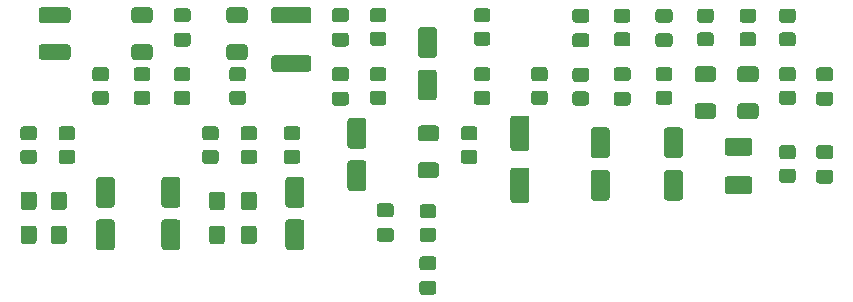
<source format=gbr>
G04 #@! TF.GenerationSoftware,KiCad,Pcbnew,5.1.9-73d0e3b20d~88~ubuntu18.04.1*
G04 #@! TF.CreationDate,2021-01-10T19:17:03-05:00*
G04 #@! TF.ProjectId,DolbyS_NR_HIC,446f6c62-7953-45f4-9e52-5f4849432e6b,2020-11-03*
G04 #@! TF.SameCoordinates,Original*
G04 #@! TF.FileFunction,Paste,Bot*
G04 #@! TF.FilePolarity,Positive*
%FSLAX46Y46*%
G04 Gerber Fmt 4.6, Leading zero omitted, Abs format (unit mm)*
G04 Created by KiCad (PCBNEW 5.1.9-73d0e3b20d~88~ubuntu18.04.1) date 2021-01-10 19:17:03*
%MOMM*%
%LPD*%
G01*
G04 APERTURE LIST*
G04 APERTURE END LIST*
G36*
G01*
X137524999Y-117812500D02*
X138375001Y-117812500D01*
G75*
G02*
X138625000Y-118062499I0J-249999D01*
G01*
X138625000Y-119137501D01*
G75*
G02*
X138375001Y-119387500I-249999J0D01*
G01*
X137524999Y-119387500D01*
G75*
G02*
X137275000Y-119137501I0J249999D01*
G01*
X137275000Y-118062499D01*
G75*
G02*
X137524999Y-117812500I249999J0D01*
G01*
G37*
G36*
G01*
X137524999Y-114937500D02*
X138375001Y-114937500D01*
G75*
G02*
X138625000Y-115187499I0J-249999D01*
G01*
X138625000Y-116262501D01*
G75*
G02*
X138375001Y-116512500I-249999J0D01*
G01*
X137524999Y-116512500D01*
G75*
G02*
X137275000Y-116262501I0J249999D01*
G01*
X137275000Y-115187499D01*
G75*
G02*
X137524999Y-114937500I249999J0D01*
G01*
G37*
G36*
G01*
X152399998Y-102462500D02*
X153700002Y-102462500D01*
G75*
G02*
X153950000Y-102712498I0J-249998D01*
G01*
X153950000Y-103537502D01*
G75*
G02*
X153700002Y-103787500I-249998J0D01*
G01*
X152399998Y-103787500D01*
G75*
G02*
X152150000Y-103537502I0J249998D01*
G01*
X152150000Y-102712498D01*
G75*
G02*
X152399998Y-102462500I249998J0D01*
G01*
G37*
G36*
G01*
X152399998Y-99337500D02*
X153700002Y-99337500D01*
G75*
G02*
X153950000Y-99587498I0J-249998D01*
G01*
X153950000Y-100412502D01*
G75*
G02*
X153700002Y-100662500I-249998J0D01*
G01*
X152399998Y-100662500D01*
G75*
G02*
X152150000Y-100412502I0J249998D01*
G01*
X152150000Y-99587498D01*
G75*
G02*
X152399998Y-99337500I249998J0D01*
G01*
G37*
G36*
G01*
X144349998Y-102462500D02*
X145650002Y-102462500D01*
G75*
G02*
X145900000Y-102712498I0J-249998D01*
G01*
X145900000Y-103537502D01*
G75*
G02*
X145650002Y-103787500I-249998J0D01*
G01*
X144349998Y-103787500D01*
G75*
G02*
X144100000Y-103537502I0J249998D01*
G01*
X144100000Y-102712498D01*
G75*
G02*
X144349998Y-102462500I249998J0D01*
G01*
G37*
G36*
G01*
X144349998Y-99337500D02*
X145650002Y-99337500D01*
G75*
G02*
X145900000Y-99587498I0J-249998D01*
G01*
X145900000Y-100412502D01*
G75*
G02*
X145650002Y-100662500I-249998J0D01*
G01*
X144349998Y-100662500D01*
G75*
G02*
X144100000Y-100412502I0J249998D01*
G01*
X144100000Y-99587498D01*
G75*
G02*
X144349998Y-99337500I249998J0D01*
G01*
G37*
G36*
G01*
X162650000Y-112300000D02*
X163750000Y-112300000D01*
G75*
G02*
X164000000Y-112550000I0J-250000D01*
G01*
X164000000Y-114650000D01*
G75*
G02*
X163750000Y-114900000I-250000J0D01*
G01*
X162650000Y-114900000D01*
G75*
G02*
X162400000Y-114650000I0J250000D01*
G01*
X162400000Y-112550000D01*
G75*
G02*
X162650000Y-112300000I250000J0D01*
G01*
G37*
G36*
G01*
X162650000Y-108700000D02*
X163750000Y-108700000D01*
G75*
G02*
X164000000Y-108950000I0J-250000D01*
G01*
X164000000Y-111050000D01*
G75*
G02*
X163750000Y-111300000I-250000J0D01*
G01*
X162650000Y-111300000D01*
G75*
G02*
X162400000Y-111050000I0J250000D01*
G01*
X162400000Y-108950000D01*
G75*
G02*
X162650000Y-108700000I250000J0D01*
G01*
G37*
G36*
G01*
X173349999Y-106400000D02*
X174250001Y-106400000D01*
G75*
G02*
X174500000Y-106649999I0J-249999D01*
G01*
X174500000Y-107350001D01*
G75*
G02*
X174250001Y-107600000I-249999J0D01*
G01*
X173349999Y-107600000D01*
G75*
G02*
X173100000Y-107350001I0J249999D01*
G01*
X173100000Y-106649999D01*
G75*
G02*
X173349999Y-106400000I249999J0D01*
G01*
G37*
G36*
G01*
X173349999Y-104400000D02*
X174250001Y-104400000D01*
G75*
G02*
X174500000Y-104649999I0J-249999D01*
G01*
X174500000Y-105350001D01*
G75*
G02*
X174250001Y-105600000I-249999J0D01*
G01*
X173349999Y-105600000D01*
G75*
G02*
X173100000Y-105350001I0J249999D01*
G01*
X173100000Y-104649999D01*
G75*
G02*
X173349999Y-104400000I249999J0D01*
G01*
G37*
G36*
G01*
X157249999Y-111400000D02*
X158150001Y-111400000D01*
G75*
G02*
X158400000Y-111649999I0J-249999D01*
G01*
X158400000Y-112350001D01*
G75*
G02*
X158150001Y-112600000I-249999J0D01*
G01*
X157249999Y-112600000D01*
G75*
G02*
X157000000Y-112350001I0J249999D01*
G01*
X157000000Y-111649999D01*
G75*
G02*
X157249999Y-111400000I249999J0D01*
G01*
G37*
G36*
G01*
X157249999Y-109400000D02*
X158150001Y-109400000D01*
G75*
G02*
X158400000Y-109649999I0J-249999D01*
G01*
X158400000Y-110350001D01*
G75*
G02*
X158150001Y-110600000I-249999J0D01*
G01*
X157249999Y-110600000D01*
G75*
G02*
X157000000Y-110350001I0J249999D01*
G01*
X157000000Y-109649999D01*
G75*
G02*
X157249999Y-109400000I249999J0D01*
G01*
G37*
G36*
G01*
X152649999Y-106400000D02*
X153550001Y-106400000D01*
G75*
G02*
X153800000Y-106649999I0J-249999D01*
G01*
X153800000Y-107350001D01*
G75*
G02*
X153550001Y-107600000I-249999J0D01*
G01*
X152649999Y-107600000D01*
G75*
G02*
X152400000Y-107350001I0J249999D01*
G01*
X152400000Y-106649999D01*
G75*
G02*
X152649999Y-106400000I249999J0D01*
G01*
G37*
G36*
G01*
X152649999Y-104400000D02*
X153550001Y-104400000D01*
G75*
G02*
X153800000Y-104649999I0J-249999D01*
G01*
X153800000Y-105350001D01*
G75*
G02*
X153550001Y-105600000I-249999J0D01*
G01*
X152649999Y-105600000D01*
G75*
G02*
X152400000Y-105350001I0J249999D01*
G01*
X152400000Y-104649999D01*
G75*
G02*
X152649999Y-104400000I249999J0D01*
G01*
G37*
G36*
G01*
X139090001Y-110600000D02*
X138189999Y-110600000D01*
G75*
G02*
X137940000Y-110350001I0J249999D01*
G01*
X137940000Y-109649999D01*
G75*
G02*
X138189999Y-109400000I249999J0D01*
G01*
X139090001Y-109400000D01*
G75*
G02*
X139340000Y-109649999I0J-249999D01*
G01*
X139340000Y-110350001D01*
G75*
G02*
X139090001Y-110600000I-249999J0D01*
G01*
G37*
G36*
G01*
X139090001Y-112600000D02*
X138189999Y-112600000D01*
G75*
G02*
X137940000Y-112350001I0J249999D01*
G01*
X137940000Y-111649999D01*
G75*
G02*
X138189999Y-111400000I249999J0D01*
G01*
X139090001Y-111400000D01*
G75*
G02*
X139340000Y-111649999I0J-249999D01*
G01*
X139340000Y-112350001D01*
G75*
G02*
X139090001Y-112600000I-249999J0D01*
G01*
G37*
G36*
G01*
X154500001Y-110600000D02*
X153599999Y-110600000D01*
G75*
G02*
X153350000Y-110350001I0J249999D01*
G01*
X153350000Y-109649999D01*
G75*
G02*
X153599999Y-109400000I249999J0D01*
G01*
X154500001Y-109400000D01*
G75*
G02*
X154750000Y-109649999I0J-249999D01*
G01*
X154750000Y-110350001D01*
G75*
G02*
X154500001Y-110600000I-249999J0D01*
G01*
G37*
G36*
G01*
X154500001Y-112600000D02*
X153599999Y-112600000D01*
G75*
G02*
X153350000Y-112350001I0J249999D01*
G01*
X153350000Y-111649999D01*
G75*
G02*
X153599999Y-111400000I249999J0D01*
G01*
X154500001Y-111400000D01*
G75*
G02*
X154750000Y-111649999I0J-249999D01*
G01*
X154750000Y-112350001D01*
G75*
G02*
X154500001Y-112600000I-249999J0D01*
G01*
G37*
G36*
G01*
X135850001Y-110600000D02*
X134949999Y-110600000D01*
G75*
G02*
X134700000Y-110350001I0J249999D01*
G01*
X134700000Y-109649999D01*
G75*
G02*
X134949999Y-109400000I249999J0D01*
G01*
X135850001Y-109400000D01*
G75*
G02*
X136100000Y-109649999I0J-249999D01*
G01*
X136100000Y-110350001D01*
G75*
G02*
X135850001Y-110600000I-249999J0D01*
G01*
G37*
G36*
G01*
X135850001Y-112600000D02*
X134949999Y-112600000D01*
G75*
G02*
X134700000Y-112350001I0J249999D01*
G01*
X134700000Y-111649999D01*
G75*
G02*
X134949999Y-111400000I249999J0D01*
G01*
X135850001Y-111400000D01*
G75*
G02*
X136100000Y-111649999I0J-249999D01*
G01*
X136100000Y-112350001D01*
G75*
G02*
X135850001Y-112600000I-249999J0D01*
G01*
G37*
G36*
G01*
X150339999Y-111400000D02*
X151240001Y-111400000D01*
G75*
G02*
X151490000Y-111649999I0J-249999D01*
G01*
X151490000Y-112350001D01*
G75*
G02*
X151240001Y-112600000I-249999J0D01*
G01*
X150339999Y-112600000D01*
G75*
G02*
X150090000Y-112350001I0J249999D01*
G01*
X150090000Y-111649999D01*
G75*
G02*
X150339999Y-111400000I249999J0D01*
G01*
G37*
G36*
G01*
X150339999Y-109400000D02*
X151240001Y-109400000D01*
G75*
G02*
X151490000Y-109649999I0J-249999D01*
G01*
X151490000Y-110350001D01*
G75*
G02*
X151240001Y-110600000I-249999J0D01*
G01*
X150339999Y-110600000D01*
G75*
G02*
X150090000Y-110350001I0J249999D01*
G01*
X150090000Y-109649999D01*
G75*
G02*
X150339999Y-109400000I249999J0D01*
G01*
G37*
G36*
G01*
X147949999Y-106400000D02*
X148850001Y-106400000D01*
G75*
G02*
X149100000Y-106649999I0J-249999D01*
G01*
X149100000Y-107350001D01*
G75*
G02*
X148850001Y-107600000I-249999J0D01*
G01*
X147949999Y-107600000D01*
G75*
G02*
X147700000Y-107350001I0J249999D01*
G01*
X147700000Y-106649999D01*
G75*
G02*
X147949999Y-106400000I249999J0D01*
G01*
G37*
G36*
G01*
X147949999Y-104400000D02*
X148850001Y-104400000D01*
G75*
G02*
X149100000Y-104649999I0J-249999D01*
G01*
X149100000Y-105350001D01*
G75*
G02*
X148850001Y-105600000I-249999J0D01*
G01*
X147949999Y-105600000D01*
G75*
G02*
X147700000Y-105350001I0J249999D01*
G01*
X147700000Y-104649999D01*
G75*
G02*
X147949999Y-104400000I249999J0D01*
G01*
G37*
G36*
G01*
X144549999Y-106400000D02*
X145450001Y-106400000D01*
G75*
G02*
X145700000Y-106649999I0J-249999D01*
G01*
X145700000Y-107350001D01*
G75*
G02*
X145450001Y-107600000I-249999J0D01*
G01*
X144549999Y-107600000D01*
G75*
G02*
X144300000Y-107350001I0J249999D01*
G01*
X144300000Y-106649999D01*
G75*
G02*
X144549999Y-106400000I249999J0D01*
G01*
G37*
G36*
G01*
X144549999Y-104400000D02*
X145450001Y-104400000D01*
G75*
G02*
X145700000Y-104649999I0J-249999D01*
G01*
X145700000Y-105350001D01*
G75*
G02*
X145450001Y-105600000I-249999J0D01*
G01*
X144549999Y-105600000D01*
G75*
G02*
X144300000Y-105350001I0J249999D01*
G01*
X144300000Y-104649999D01*
G75*
G02*
X144549999Y-104400000I249999J0D01*
G01*
G37*
G36*
G01*
X173349999Y-101400000D02*
X174250001Y-101400000D01*
G75*
G02*
X174500000Y-101649999I0J-249999D01*
G01*
X174500000Y-102350001D01*
G75*
G02*
X174250001Y-102600000I-249999J0D01*
G01*
X173349999Y-102600000D01*
G75*
G02*
X173100000Y-102350001I0J249999D01*
G01*
X173100000Y-101649999D01*
G75*
G02*
X173349999Y-101400000I249999J0D01*
G01*
G37*
G36*
G01*
X173349999Y-99400000D02*
X174250001Y-99400000D01*
G75*
G02*
X174500000Y-99649999I0J-249999D01*
G01*
X174500000Y-100350001D01*
G75*
G02*
X174250001Y-100600000I-249999J0D01*
G01*
X173349999Y-100600000D01*
G75*
G02*
X173100000Y-100350001I0J249999D01*
G01*
X173100000Y-99649999D01*
G75*
G02*
X173349999Y-99400000I249999J0D01*
G01*
G37*
G36*
G01*
X141950001Y-105600000D02*
X141049999Y-105600000D01*
G75*
G02*
X140800000Y-105350001I0J249999D01*
G01*
X140800000Y-104649999D01*
G75*
G02*
X141049999Y-104400000I249999J0D01*
G01*
X141950001Y-104400000D01*
G75*
G02*
X142200000Y-104649999I0J-249999D01*
G01*
X142200000Y-105350001D01*
G75*
G02*
X141950001Y-105600000I-249999J0D01*
G01*
G37*
G36*
G01*
X141950001Y-107600000D02*
X141049999Y-107600000D01*
G75*
G02*
X140800000Y-107350001I0J249999D01*
G01*
X140800000Y-106649999D01*
G75*
G02*
X141049999Y-106400000I249999J0D01*
G01*
X141950001Y-106400000D01*
G75*
G02*
X142200000Y-106649999I0J-249999D01*
G01*
X142200000Y-107350001D01*
G75*
G02*
X141950001Y-107600000I-249999J0D01*
G01*
G37*
G36*
G01*
X165450001Y-100600000D02*
X164549999Y-100600000D01*
G75*
G02*
X164300000Y-100350001I0J249999D01*
G01*
X164300000Y-99649999D01*
G75*
G02*
X164549999Y-99400000I249999J0D01*
G01*
X165450001Y-99400000D01*
G75*
G02*
X165700000Y-99649999I0J-249999D01*
G01*
X165700000Y-100350001D01*
G75*
G02*
X165450001Y-100600000I-249999J0D01*
G01*
G37*
G36*
G01*
X165450001Y-102600000D02*
X164549999Y-102600000D01*
G75*
G02*
X164300000Y-102350001I0J249999D01*
G01*
X164300000Y-101649999D01*
G75*
G02*
X164549999Y-101400000I249999J0D01*
G01*
X165450001Y-101400000D01*
G75*
G02*
X165700000Y-101649999I0J-249999D01*
G01*
X165700000Y-102350001D01*
G75*
G02*
X165450001Y-102600000I-249999J0D01*
G01*
G37*
G36*
G01*
X165450001Y-105600000D02*
X164549999Y-105600000D01*
G75*
G02*
X164300000Y-105350001I0J249999D01*
G01*
X164300000Y-104649999D01*
G75*
G02*
X164549999Y-104400000I249999J0D01*
G01*
X165450001Y-104400000D01*
G75*
G02*
X165700000Y-104649999I0J-249999D01*
G01*
X165700000Y-105350001D01*
G75*
G02*
X165450001Y-105600000I-249999J0D01*
G01*
G37*
G36*
G01*
X165450001Y-107600000D02*
X164549999Y-107600000D01*
G75*
G02*
X164300000Y-107350001I0J249999D01*
G01*
X164300000Y-106649999D01*
G75*
G02*
X164549999Y-106400000I249999J0D01*
G01*
X165450001Y-106400000D01*
G75*
G02*
X165700000Y-106649999I0J-249999D01*
G01*
X165700000Y-107350001D01*
G75*
G02*
X165450001Y-107600000I-249999J0D01*
G01*
G37*
G36*
G01*
X168749999Y-118000000D02*
X169650001Y-118000000D01*
G75*
G02*
X169900000Y-118249999I0J-249999D01*
G01*
X169900000Y-118950001D01*
G75*
G02*
X169650001Y-119200000I-249999J0D01*
G01*
X168749999Y-119200000D01*
G75*
G02*
X168500000Y-118950001I0J249999D01*
G01*
X168500000Y-118249999D01*
G75*
G02*
X168749999Y-118000000I249999J0D01*
G01*
G37*
G36*
G01*
X168749999Y-116000000D02*
X169650001Y-116000000D01*
G75*
G02*
X169900000Y-116249999I0J-249999D01*
G01*
X169900000Y-116950001D01*
G75*
G02*
X169650001Y-117200000I-249999J0D01*
G01*
X168749999Y-117200000D01*
G75*
G02*
X168500000Y-116950001I0J249999D01*
G01*
X168500000Y-116249999D01*
G75*
G02*
X168749999Y-116000000I249999J0D01*
G01*
G37*
G36*
G01*
X182600001Y-105650000D02*
X181699999Y-105650000D01*
G75*
G02*
X181450000Y-105400001I0J249999D01*
G01*
X181450000Y-104699999D01*
G75*
G02*
X181699999Y-104450000I249999J0D01*
G01*
X182600001Y-104450000D01*
G75*
G02*
X182850000Y-104699999I0J-249999D01*
G01*
X182850000Y-105400001D01*
G75*
G02*
X182600001Y-105650000I-249999J0D01*
G01*
G37*
G36*
G01*
X182600001Y-107650000D02*
X181699999Y-107650000D01*
G75*
G02*
X181450000Y-107400001I0J249999D01*
G01*
X181450000Y-106699999D01*
G75*
G02*
X181699999Y-106450000I249999J0D01*
G01*
X182600001Y-106450000D01*
G75*
G02*
X182850000Y-106699999I0J-249999D01*
G01*
X182850000Y-107400001D01*
G75*
G02*
X182600001Y-107650000I-249999J0D01*
G01*
G37*
G36*
G01*
X178199999Y-106400000D02*
X179100001Y-106400000D01*
G75*
G02*
X179350000Y-106649999I0J-249999D01*
G01*
X179350000Y-107350001D01*
G75*
G02*
X179100001Y-107600000I-249999J0D01*
G01*
X178199999Y-107600000D01*
G75*
G02*
X177950000Y-107350001I0J249999D01*
G01*
X177950000Y-106649999D01*
G75*
G02*
X178199999Y-106400000I249999J0D01*
G01*
G37*
G36*
G01*
X178199999Y-104400000D02*
X179100001Y-104400000D01*
G75*
G02*
X179350000Y-104649999I0J-249999D01*
G01*
X179350000Y-105350001D01*
G75*
G02*
X179100001Y-105600000I-249999J0D01*
G01*
X178199999Y-105600000D01*
G75*
G02*
X177950000Y-105350001I0J249999D01*
G01*
X177950000Y-104649999D01*
G75*
G02*
X178199999Y-104400000I249999J0D01*
G01*
G37*
G36*
G01*
X186100001Y-100650000D02*
X185199999Y-100650000D01*
G75*
G02*
X184950000Y-100400001I0J249999D01*
G01*
X184950000Y-99699999D01*
G75*
G02*
X185199999Y-99450000I249999J0D01*
G01*
X186100001Y-99450000D01*
G75*
G02*
X186350000Y-99699999I0J-249999D01*
G01*
X186350000Y-100400001D01*
G75*
G02*
X186100001Y-100650000I-249999J0D01*
G01*
G37*
G36*
G01*
X186100001Y-102650000D02*
X185199999Y-102650000D01*
G75*
G02*
X184950000Y-102400001I0J249999D01*
G01*
X184950000Y-101699999D01*
G75*
G02*
X185199999Y-101450000I249999J0D01*
G01*
X186100001Y-101450000D01*
G75*
G02*
X186350000Y-101699999I0J-249999D01*
G01*
X186350000Y-102400001D01*
G75*
G02*
X186100001Y-102650000I-249999J0D01*
G01*
G37*
G36*
G01*
X199199999Y-113000000D02*
X200100001Y-113000000D01*
G75*
G02*
X200350000Y-113249999I0J-249999D01*
G01*
X200350000Y-113950001D01*
G75*
G02*
X200100001Y-114200000I-249999J0D01*
G01*
X199199999Y-114200000D01*
G75*
G02*
X198950000Y-113950001I0J249999D01*
G01*
X198950000Y-113249999D01*
G75*
G02*
X199199999Y-113000000I249999J0D01*
G01*
G37*
G36*
G01*
X199199999Y-111000000D02*
X200100001Y-111000000D01*
G75*
G02*
X200350000Y-111249999I0J-249999D01*
G01*
X200350000Y-111950001D01*
G75*
G02*
X200100001Y-112200000I-249999J0D01*
G01*
X199199999Y-112200000D01*
G75*
G02*
X198950000Y-111950001I0J249999D01*
G01*
X198950000Y-111249999D01*
G75*
G02*
X199199999Y-111000000I249999J0D01*
G01*
G37*
G36*
G01*
X189650001Y-105600000D02*
X188749999Y-105600000D01*
G75*
G02*
X188500000Y-105350001I0J249999D01*
G01*
X188500000Y-104649999D01*
G75*
G02*
X188749999Y-104400000I249999J0D01*
G01*
X189650001Y-104400000D01*
G75*
G02*
X189900000Y-104649999I0J-249999D01*
G01*
X189900000Y-105350001D01*
G75*
G02*
X189650001Y-105600000I-249999J0D01*
G01*
G37*
G36*
G01*
X189650001Y-107600000D02*
X188749999Y-107600000D01*
G75*
G02*
X188500000Y-107350001I0J249999D01*
G01*
X188500000Y-106649999D01*
G75*
G02*
X188749999Y-106400000I249999J0D01*
G01*
X189650001Y-106400000D01*
G75*
G02*
X189900000Y-106649999I0J-249999D01*
G01*
X189900000Y-107350001D01*
G75*
G02*
X189650001Y-107600000I-249999J0D01*
G01*
G37*
G36*
G01*
X192249999Y-101450000D02*
X193150001Y-101450000D01*
G75*
G02*
X193400000Y-101699999I0J-249999D01*
G01*
X193400000Y-102400001D01*
G75*
G02*
X193150001Y-102650000I-249999J0D01*
G01*
X192249999Y-102650000D01*
G75*
G02*
X192000000Y-102400001I0J249999D01*
G01*
X192000000Y-101699999D01*
G75*
G02*
X192249999Y-101450000I249999J0D01*
G01*
G37*
G36*
G01*
X192249999Y-99450000D02*
X193150001Y-99450000D01*
G75*
G02*
X193400000Y-99699999I0J-249999D01*
G01*
X193400000Y-100400001D01*
G75*
G02*
X193150001Y-100650000I-249999J0D01*
G01*
X192249999Y-100650000D01*
G75*
G02*
X192000000Y-100400001I0J249999D01*
G01*
X192000000Y-99699999D01*
G75*
G02*
X192249999Y-99450000I249999J0D01*
G01*
G37*
G36*
G01*
X199199999Y-101450000D02*
X200100001Y-101450000D01*
G75*
G02*
X200350000Y-101699999I0J-249999D01*
G01*
X200350000Y-102400001D01*
G75*
G02*
X200100001Y-102650000I-249999J0D01*
G01*
X199199999Y-102650000D01*
G75*
G02*
X198950000Y-102400001I0J249999D01*
G01*
X198950000Y-101699999D01*
G75*
G02*
X199199999Y-101450000I249999J0D01*
G01*
G37*
G36*
G01*
X199199999Y-99450000D02*
X200100001Y-99450000D01*
G75*
G02*
X200350000Y-99699999I0J-249999D01*
G01*
X200350000Y-100400001D01*
G75*
G02*
X200100001Y-100650000I-249999J0D01*
G01*
X199199999Y-100650000D01*
G75*
G02*
X198950000Y-100400001I0J249999D01*
G01*
X198950000Y-99699999D01*
G75*
G02*
X199199999Y-99450000I249999J0D01*
G01*
G37*
G36*
G01*
X195849999Y-101450000D02*
X196750001Y-101450000D01*
G75*
G02*
X197000000Y-101699999I0J-249999D01*
G01*
X197000000Y-102400001D01*
G75*
G02*
X196750001Y-102650000I-249999J0D01*
G01*
X195849999Y-102650000D01*
G75*
G02*
X195600000Y-102400001I0J249999D01*
G01*
X195600000Y-101699999D01*
G75*
G02*
X195849999Y-101450000I249999J0D01*
G01*
G37*
G36*
G01*
X195849999Y-99450000D02*
X196750001Y-99450000D01*
G75*
G02*
X197000000Y-99699999I0J-249999D01*
G01*
X197000000Y-100400001D01*
G75*
G02*
X196750001Y-100650000I-249999J0D01*
G01*
X195849999Y-100650000D01*
G75*
G02*
X195600000Y-100400001I0J249999D01*
G01*
X195600000Y-99699999D01*
G75*
G02*
X195849999Y-99450000I249999J0D01*
G01*
G37*
G36*
G01*
X200100001Y-105600000D02*
X199199999Y-105600000D01*
G75*
G02*
X198950000Y-105350001I0J249999D01*
G01*
X198950000Y-104649999D01*
G75*
G02*
X199199999Y-104400000I249999J0D01*
G01*
X200100001Y-104400000D01*
G75*
G02*
X200350000Y-104649999I0J-249999D01*
G01*
X200350000Y-105350001D01*
G75*
G02*
X200100001Y-105600000I-249999J0D01*
G01*
G37*
G36*
G01*
X200100001Y-107600000D02*
X199199999Y-107600000D01*
G75*
G02*
X198950000Y-107350001I0J249999D01*
G01*
X198950000Y-106649999D01*
G75*
G02*
X199199999Y-106400000I249999J0D01*
G01*
X200100001Y-106400000D01*
G75*
G02*
X200350000Y-106649999I0J-249999D01*
G01*
X200350000Y-107350001D01*
G75*
G02*
X200100001Y-107600000I-249999J0D01*
G01*
G37*
G36*
G01*
X172249999Y-111400000D02*
X173150001Y-111400000D01*
G75*
G02*
X173400000Y-111649999I0J-249999D01*
G01*
X173400000Y-112350001D01*
G75*
G02*
X173150001Y-112600000I-249999J0D01*
G01*
X172249999Y-112600000D01*
G75*
G02*
X172000000Y-112350001I0J249999D01*
G01*
X172000000Y-111649999D01*
G75*
G02*
X172249999Y-111400000I249999J0D01*
G01*
G37*
G36*
G01*
X172249999Y-109400000D02*
X173150001Y-109400000D01*
G75*
G02*
X173400000Y-109649999I0J-249999D01*
G01*
X173400000Y-110350001D01*
G75*
G02*
X173150001Y-110600000I-249999J0D01*
G01*
X172249999Y-110600000D01*
G75*
G02*
X172000000Y-110350001I0J249999D01*
G01*
X172000000Y-109649999D01*
G75*
G02*
X172249999Y-109400000I249999J0D01*
G01*
G37*
G36*
G01*
X156199999Y-103400000D02*
X159100001Y-103400000D01*
G75*
G02*
X159350000Y-103649999I0J-249999D01*
G01*
X159350000Y-104550001D01*
G75*
G02*
X159100001Y-104800000I-249999J0D01*
G01*
X156199999Y-104800000D01*
G75*
G02*
X155950000Y-104550001I0J249999D01*
G01*
X155950000Y-103649999D01*
G75*
G02*
X156199999Y-103400000I249999J0D01*
G01*
G37*
G36*
G01*
X156199999Y-99300000D02*
X159100001Y-99300000D01*
G75*
G02*
X159350000Y-99549999I0J-249999D01*
G01*
X159350000Y-100450001D01*
G75*
G02*
X159100001Y-100700000I-249999J0D01*
G01*
X156199999Y-100700000D01*
G75*
G02*
X155950000Y-100450001I0J249999D01*
G01*
X155950000Y-99549999D01*
G75*
G02*
X156199999Y-99300000I249999J0D01*
G01*
G37*
G36*
G01*
X141350000Y-117300000D02*
X142450000Y-117300000D01*
G75*
G02*
X142700000Y-117550000I0J-250000D01*
G01*
X142700000Y-119650000D01*
G75*
G02*
X142450000Y-119900000I-250000J0D01*
G01*
X141350000Y-119900000D01*
G75*
G02*
X141100000Y-119650000I0J250000D01*
G01*
X141100000Y-117550000D01*
G75*
G02*
X141350000Y-117300000I250000J0D01*
G01*
G37*
G36*
G01*
X141350000Y-113700000D02*
X142450000Y-113700000D01*
G75*
G02*
X142700000Y-113950000I0J-250000D01*
G01*
X142700000Y-116050000D01*
G75*
G02*
X142450000Y-116300000I-250000J0D01*
G01*
X141350000Y-116300000D01*
G75*
G02*
X141100000Y-116050000I0J250000D01*
G01*
X141100000Y-113950000D01*
G75*
G02*
X141350000Y-113700000I250000J0D01*
G01*
G37*
G36*
G01*
X153624999Y-117812500D02*
X154475001Y-117812500D01*
G75*
G02*
X154725000Y-118062499I0J-249999D01*
G01*
X154725000Y-119137501D01*
G75*
G02*
X154475001Y-119387500I-249999J0D01*
G01*
X153624999Y-119387500D01*
G75*
G02*
X153375000Y-119137501I0J249999D01*
G01*
X153375000Y-118062499D01*
G75*
G02*
X153624999Y-117812500I249999J0D01*
G01*
G37*
G36*
G01*
X153624999Y-114937500D02*
X154475001Y-114937500D01*
G75*
G02*
X154725000Y-115187499I0J-249999D01*
G01*
X154725000Y-116262501D01*
G75*
G02*
X154475001Y-116512500I-249999J0D01*
G01*
X153624999Y-116512500D01*
G75*
G02*
X153375000Y-116262501I0J249999D01*
G01*
X153375000Y-115187499D01*
G75*
G02*
X153624999Y-114937500I249999J0D01*
G01*
G37*
G36*
G01*
X146900000Y-117300000D02*
X148000000Y-117300000D01*
G75*
G02*
X148250000Y-117550000I0J-250000D01*
G01*
X148250000Y-119650000D01*
G75*
G02*
X148000000Y-119900000I-250000J0D01*
G01*
X146900000Y-119900000D01*
G75*
G02*
X146650000Y-119650000I0J250000D01*
G01*
X146650000Y-117550000D01*
G75*
G02*
X146900000Y-117300000I250000J0D01*
G01*
G37*
G36*
G01*
X146900000Y-113700000D02*
X148000000Y-113700000D01*
G75*
G02*
X148250000Y-113950000I0J-250000D01*
G01*
X148250000Y-116050000D01*
G75*
G02*
X148000000Y-116300000I-250000J0D01*
G01*
X146900000Y-116300000D01*
G75*
G02*
X146650000Y-116050000I0J250000D01*
G01*
X146650000Y-113950000D01*
G75*
G02*
X146900000Y-113700000I250000J0D01*
G01*
G37*
G36*
G01*
X134974999Y-117812500D02*
X135825001Y-117812500D01*
G75*
G02*
X136075000Y-118062499I0J-249999D01*
G01*
X136075000Y-119137501D01*
G75*
G02*
X135825001Y-119387500I-249999J0D01*
G01*
X134974999Y-119387500D01*
G75*
G02*
X134725000Y-119137501I0J249999D01*
G01*
X134725000Y-118062499D01*
G75*
G02*
X134974999Y-117812500I249999J0D01*
G01*
G37*
G36*
G01*
X134974999Y-114937500D02*
X135825001Y-114937500D01*
G75*
G02*
X136075000Y-115187499I0J-249999D01*
G01*
X136075000Y-116262501D01*
G75*
G02*
X135825001Y-116512500I-249999J0D01*
G01*
X134974999Y-116512500D01*
G75*
G02*
X134725000Y-116262501I0J249999D01*
G01*
X134725000Y-115187499D01*
G75*
G02*
X134974999Y-114937500I249999J0D01*
G01*
G37*
G36*
G01*
X150924999Y-117812500D02*
X151775001Y-117812500D01*
G75*
G02*
X152025000Y-118062499I0J-249999D01*
G01*
X152025000Y-119137501D01*
G75*
G02*
X151775001Y-119387500I-249999J0D01*
G01*
X150924999Y-119387500D01*
G75*
G02*
X150675000Y-119137501I0J249999D01*
G01*
X150675000Y-118062499D01*
G75*
G02*
X150924999Y-117812500I249999J0D01*
G01*
G37*
G36*
G01*
X150924999Y-114937500D02*
X151775001Y-114937500D01*
G75*
G02*
X152025000Y-115187499I0J-249999D01*
G01*
X152025000Y-116262501D01*
G75*
G02*
X151775001Y-116512500I-249999J0D01*
G01*
X150924999Y-116512500D01*
G75*
G02*
X150675000Y-116262501I0J249999D01*
G01*
X150675000Y-115187499D01*
G75*
G02*
X150924999Y-114937500I249999J0D01*
G01*
G37*
G36*
G01*
X157400000Y-117300000D02*
X158500000Y-117300000D01*
G75*
G02*
X158750000Y-117550000I0J-250000D01*
G01*
X158750000Y-119650000D01*
G75*
G02*
X158500000Y-119900000I-250000J0D01*
G01*
X157400000Y-119900000D01*
G75*
G02*
X157150000Y-119650000I0J250000D01*
G01*
X157150000Y-117550000D01*
G75*
G02*
X157400000Y-117300000I250000J0D01*
G01*
G37*
G36*
G01*
X157400000Y-113700000D02*
X158500000Y-113700000D01*
G75*
G02*
X158750000Y-113950000I0J-250000D01*
G01*
X158750000Y-116050000D01*
G75*
G02*
X158500000Y-116300000I-250000J0D01*
G01*
X157400000Y-116300000D01*
G75*
G02*
X157150000Y-116050000I0J250000D01*
G01*
X157150000Y-113950000D01*
G75*
G02*
X157400000Y-113700000I250000J0D01*
G01*
G37*
G36*
G01*
X147925000Y-101487500D02*
X148875000Y-101487500D01*
G75*
G02*
X149125000Y-101737500I0J-250000D01*
G01*
X149125000Y-102412500D01*
G75*
G02*
X148875000Y-102662500I-250000J0D01*
G01*
X147925000Y-102662500D01*
G75*
G02*
X147675000Y-102412500I0J250000D01*
G01*
X147675000Y-101737500D01*
G75*
G02*
X147925000Y-101487500I250000J0D01*
G01*
G37*
G36*
G01*
X147925000Y-99412500D02*
X148875000Y-99412500D01*
G75*
G02*
X149125000Y-99662500I0J-250000D01*
G01*
X149125000Y-100337500D01*
G75*
G02*
X148875000Y-100587500I-250000J0D01*
G01*
X147925000Y-100587500D01*
G75*
G02*
X147675000Y-100337500I0J250000D01*
G01*
X147675000Y-99662500D01*
G75*
G02*
X147925000Y-99412500I250000J0D01*
G01*
G37*
G36*
G01*
X136499998Y-102462500D02*
X138700002Y-102462500D01*
G75*
G02*
X138950000Y-102712498I0J-249998D01*
G01*
X138950000Y-103537502D01*
G75*
G02*
X138700002Y-103787500I-249998J0D01*
G01*
X136499998Y-103787500D01*
G75*
G02*
X136250000Y-103537502I0J249998D01*
G01*
X136250000Y-102712498D01*
G75*
G02*
X136499998Y-102462500I249998J0D01*
G01*
G37*
G36*
G01*
X136499998Y-99337500D02*
X138700002Y-99337500D01*
G75*
G02*
X138950000Y-99587498I0J-249998D01*
G01*
X138950000Y-100412502D01*
G75*
G02*
X138700002Y-100662500I-249998J0D01*
G01*
X136499998Y-100662500D01*
G75*
G02*
X136250000Y-100412502I0J249998D01*
G01*
X136250000Y-99587498D01*
G75*
G02*
X136499998Y-99337500I249998J0D01*
G01*
G37*
G36*
G01*
X161325000Y-101487500D02*
X162275000Y-101487500D01*
G75*
G02*
X162525000Y-101737500I0J-250000D01*
G01*
X162525000Y-102412500D01*
G75*
G02*
X162275000Y-102662500I-250000J0D01*
G01*
X161325000Y-102662500D01*
G75*
G02*
X161075000Y-102412500I0J250000D01*
G01*
X161075000Y-101737500D01*
G75*
G02*
X161325000Y-101487500I250000J0D01*
G01*
G37*
G36*
G01*
X161325000Y-99412500D02*
X162275000Y-99412500D01*
G75*
G02*
X162525000Y-99662500I0J-250000D01*
G01*
X162525000Y-100337500D01*
G75*
G02*
X162275000Y-100587500I-250000J0D01*
G01*
X161325000Y-100587500D01*
G75*
G02*
X161075000Y-100337500I0J250000D01*
G01*
X161075000Y-99662500D01*
G75*
G02*
X161325000Y-99412500I250000J0D01*
G01*
G37*
G36*
G01*
X162275000Y-105587500D02*
X161325000Y-105587500D01*
G75*
G02*
X161075000Y-105337500I0J250000D01*
G01*
X161075000Y-104662500D01*
G75*
G02*
X161325000Y-104412500I250000J0D01*
G01*
X162275000Y-104412500D01*
G75*
G02*
X162525000Y-104662500I0J-250000D01*
G01*
X162525000Y-105337500D01*
G75*
G02*
X162275000Y-105587500I-250000J0D01*
G01*
G37*
G36*
G01*
X162275000Y-107662500D02*
X161325000Y-107662500D01*
G75*
G02*
X161075000Y-107412500I0J250000D01*
G01*
X161075000Y-106737500D01*
G75*
G02*
X161325000Y-106487500I250000J0D01*
G01*
X162275000Y-106487500D01*
G75*
G02*
X162525000Y-106737500I0J-250000D01*
G01*
X162525000Y-107412500D01*
G75*
G02*
X162275000Y-107662500I-250000J0D01*
G01*
G37*
G36*
G01*
X182625000Y-100637500D02*
X181675000Y-100637500D01*
G75*
G02*
X181425000Y-100387500I0J250000D01*
G01*
X181425000Y-99712500D01*
G75*
G02*
X181675000Y-99462500I250000J0D01*
G01*
X182625000Y-99462500D01*
G75*
G02*
X182875000Y-99712500I0J-250000D01*
G01*
X182875000Y-100387500D01*
G75*
G02*
X182625000Y-100637500I-250000J0D01*
G01*
G37*
G36*
G01*
X182625000Y-102712500D02*
X181675000Y-102712500D01*
G75*
G02*
X181425000Y-102462500I0J250000D01*
G01*
X181425000Y-101787500D01*
G75*
G02*
X181675000Y-101537500I250000J0D01*
G01*
X182625000Y-101537500D01*
G75*
G02*
X182875000Y-101787500I0J-250000D01*
G01*
X182875000Y-102462500D01*
G75*
G02*
X182625000Y-102712500I-250000J0D01*
G01*
G37*
G36*
G01*
X194575000Y-113650000D02*
X196425000Y-113650000D01*
G75*
G02*
X196675000Y-113900000I0J-250000D01*
G01*
X196675000Y-114900000D01*
G75*
G02*
X196425000Y-115150000I-250000J0D01*
G01*
X194575000Y-115150000D01*
G75*
G02*
X194325000Y-114900000I0J250000D01*
G01*
X194325000Y-113900000D01*
G75*
G02*
X194575000Y-113650000I250000J0D01*
G01*
G37*
G36*
G01*
X194575000Y-110400000D02*
X196425000Y-110400000D01*
G75*
G02*
X196675000Y-110650000I0J-250000D01*
G01*
X196675000Y-111650000D01*
G75*
G02*
X196425000Y-111900000I-250000J0D01*
G01*
X194575000Y-111900000D01*
G75*
G02*
X194325000Y-111650000I0J250000D01*
G01*
X194325000Y-110650000D01*
G75*
G02*
X194575000Y-110400000I250000J0D01*
G01*
G37*
G36*
G01*
X185175000Y-106487500D02*
X186125000Y-106487500D01*
G75*
G02*
X186375000Y-106737500I0J-250000D01*
G01*
X186375000Y-107412500D01*
G75*
G02*
X186125000Y-107662500I-250000J0D01*
G01*
X185175000Y-107662500D01*
G75*
G02*
X184925000Y-107412500I0J250000D01*
G01*
X184925000Y-106737500D01*
G75*
G02*
X185175000Y-106487500I250000J0D01*
G01*
G37*
G36*
G01*
X185175000Y-104412500D02*
X186125000Y-104412500D01*
G75*
G02*
X186375000Y-104662500I0J-250000D01*
G01*
X186375000Y-105337500D01*
G75*
G02*
X186125000Y-105587500I-250000J0D01*
G01*
X185175000Y-105587500D01*
G75*
G02*
X184925000Y-105337500I0J250000D01*
G01*
X184925000Y-104662500D01*
G75*
G02*
X185175000Y-104412500I250000J0D01*
G01*
G37*
G36*
G01*
X168614000Y-104618000D02*
X169714000Y-104618000D01*
G75*
G02*
X169964000Y-104868000I0J-250000D01*
G01*
X169964000Y-106968000D01*
G75*
G02*
X169714000Y-107218000I-250000J0D01*
G01*
X168614000Y-107218000D01*
G75*
G02*
X168364000Y-106968000I0J250000D01*
G01*
X168364000Y-104868000D01*
G75*
G02*
X168614000Y-104618000I250000J0D01*
G01*
G37*
G36*
G01*
X168614000Y-101018000D02*
X169714000Y-101018000D01*
G75*
G02*
X169964000Y-101268000I0J-250000D01*
G01*
X169964000Y-103368000D01*
G75*
G02*
X169714000Y-103618000I-250000J0D01*
G01*
X168614000Y-103618000D01*
G75*
G02*
X168364000Y-103368000I0J250000D01*
G01*
X168364000Y-101268000D01*
G75*
G02*
X168614000Y-101018000I250000J0D01*
G01*
G37*
G36*
G01*
X203275000Y-112187500D02*
X202325000Y-112187500D01*
G75*
G02*
X202075000Y-111937500I0J250000D01*
G01*
X202075000Y-111262500D01*
G75*
G02*
X202325000Y-111012500I250000J0D01*
G01*
X203275000Y-111012500D01*
G75*
G02*
X203525000Y-111262500I0J-250000D01*
G01*
X203525000Y-111937500D01*
G75*
G02*
X203275000Y-112187500I-250000J0D01*
G01*
G37*
G36*
G01*
X203275000Y-114262500D02*
X202325000Y-114262500D01*
G75*
G02*
X202075000Y-114012500I0J250000D01*
G01*
X202075000Y-113337500D01*
G75*
G02*
X202325000Y-113087500I250000J0D01*
G01*
X203275000Y-113087500D01*
G75*
G02*
X203525000Y-113337500I0J-250000D01*
G01*
X203525000Y-114012500D01*
G75*
G02*
X203275000Y-114262500I-250000J0D01*
G01*
G37*
G36*
G01*
X189675000Y-100637500D02*
X188725000Y-100637500D01*
G75*
G02*
X188475000Y-100387500I0J250000D01*
G01*
X188475000Y-99712500D01*
G75*
G02*
X188725000Y-99462500I250000J0D01*
G01*
X189675000Y-99462500D01*
G75*
G02*
X189925000Y-99712500I0J-250000D01*
G01*
X189925000Y-100387500D01*
G75*
G02*
X189675000Y-100637500I-250000J0D01*
G01*
G37*
G36*
G01*
X189675000Y-102712500D02*
X188725000Y-102712500D01*
G75*
G02*
X188475000Y-102462500I0J250000D01*
G01*
X188475000Y-101787500D01*
G75*
G02*
X188725000Y-101537500I250000J0D01*
G01*
X189675000Y-101537500D01*
G75*
G02*
X189925000Y-101787500I0J-250000D01*
G01*
X189925000Y-102462500D01*
G75*
G02*
X189675000Y-102712500I-250000J0D01*
G01*
G37*
G36*
G01*
X202325000Y-106487500D02*
X203275000Y-106487500D01*
G75*
G02*
X203525000Y-106737500I0J-250000D01*
G01*
X203525000Y-107412500D01*
G75*
G02*
X203275000Y-107662500I-250000J0D01*
G01*
X202325000Y-107662500D01*
G75*
G02*
X202075000Y-107412500I0J250000D01*
G01*
X202075000Y-106737500D01*
G75*
G02*
X202325000Y-106487500I250000J0D01*
G01*
G37*
G36*
G01*
X202325000Y-104412500D02*
X203275000Y-104412500D01*
G75*
G02*
X203525000Y-104662500I0J-250000D01*
G01*
X203525000Y-105337500D01*
G75*
G02*
X203275000Y-105587500I-250000J0D01*
G01*
X202325000Y-105587500D01*
G75*
G02*
X202075000Y-105337500I0J250000D01*
G01*
X202075000Y-104662500D01*
G75*
G02*
X202325000Y-104412500I250000J0D01*
G01*
G37*
G36*
G01*
X193350002Y-105662500D02*
X192049998Y-105662500D01*
G75*
G02*
X191800000Y-105412502I0J249998D01*
G01*
X191800000Y-104587498D01*
G75*
G02*
X192049998Y-104337500I249998J0D01*
G01*
X193350002Y-104337500D01*
G75*
G02*
X193600000Y-104587498I0J-249998D01*
G01*
X193600000Y-105412502D01*
G75*
G02*
X193350002Y-105662500I-249998J0D01*
G01*
G37*
G36*
G01*
X193350002Y-108787500D02*
X192049998Y-108787500D01*
G75*
G02*
X191800000Y-108537502I0J249998D01*
G01*
X191800000Y-107712498D01*
G75*
G02*
X192049998Y-107462500I249998J0D01*
G01*
X193350002Y-107462500D01*
G75*
G02*
X193600000Y-107712498I0J-249998D01*
G01*
X193600000Y-108537502D01*
G75*
G02*
X193350002Y-108787500I-249998J0D01*
G01*
G37*
G36*
G01*
X189450000Y-113100000D02*
X190550000Y-113100000D01*
G75*
G02*
X190800000Y-113350000I0J-250000D01*
G01*
X190800000Y-115450000D01*
G75*
G02*
X190550000Y-115700000I-250000J0D01*
G01*
X189450000Y-115700000D01*
G75*
G02*
X189200000Y-115450000I0J250000D01*
G01*
X189200000Y-113350000D01*
G75*
G02*
X189450000Y-113100000I250000J0D01*
G01*
G37*
G36*
G01*
X189450000Y-109500000D02*
X190550000Y-109500000D01*
G75*
G02*
X190800000Y-109750000I0J-250000D01*
G01*
X190800000Y-111850000D01*
G75*
G02*
X190550000Y-112100000I-250000J0D01*
G01*
X189450000Y-112100000D01*
G75*
G02*
X189200000Y-111850000I0J250000D01*
G01*
X189200000Y-109750000D01*
G75*
G02*
X189450000Y-109500000I250000J0D01*
G01*
G37*
G36*
G01*
X183250000Y-113100000D02*
X184350000Y-113100000D01*
G75*
G02*
X184600000Y-113350000I0J-250000D01*
G01*
X184600000Y-115450000D01*
G75*
G02*
X184350000Y-115700000I-250000J0D01*
G01*
X183250000Y-115700000D01*
G75*
G02*
X183000000Y-115450000I0J250000D01*
G01*
X183000000Y-113350000D01*
G75*
G02*
X183250000Y-113100000I250000J0D01*
G01*
G37*
G36*
G01*
X183250000Y-109500000D02*
X184350000Y-109500000D01*
G75*
G02*
X184600000Y-109750000I0J-250000D01*
G01*
X184600000Y-111850000D01*
G75*
G02*
X184350000Y-112100000I-250000J0D01*
G01*
X183250000Y-112100000D01*
G75*
G02*
X183000000Y-111850000I0J250000D01*
G01*
X183000000Y-109750000D01*
G75*
G02*
X183250000Y-109500000I250000J0D01*
G01*
G37*
G36*
G01*
X196950002Y-105662500D02*
X195649998Y-105662500D01*
G75*
G02*
X195400000Y-105412502I0J249998D01*
G01*
X195400000Y-104587498D01*
G75*
G02*
X195649998Y-104337500I249998J0D01*
G01*
X196950002Y-104337500D01*
G75*
G02*
X197200000Y-104587498I0J-249998D01*
G01*
X197200000Y-105412502D01*
G75*
G02*
X196950002Y-105662500I-249998J0D01*
G01*
G37*
G36*
G01*
X196950002Y-108787500D02*
X195649998Y-108787500D01*
G75*
G02*
X195400000Y-108537502I0J249998D01*
G01*
X195400000Y-107712498D01*
G75*
G02*
X195649998Y-107462500I249998J0D01*
G01*
X196950002Y-107462500D01*
G75*
G02*
X197200000Y-107712498I0J-249998D01*
G01*
X197200000Y-108537502D01*
G75*
G02*
X196950002Y-108787500I-249998J0D01*
G01*
G37*
G36*
G01*
X168599998Y-112462500D02*
X169900002Y-112462500D01*
G75*
G02*
X170150000Y-112712498I0J-249998D01*
G01*
X170150000Y-113537502D01*
G75*
G02*
X169900002Y-113787500I-249998J0D01*
G01*
X168599998Y-113787500D01*
G75*
G02*
X168350000Y-113537502I0J249998D01*
G01*
X168350000Y-112712498D01*
G75*
G02*
X168599998Y-112462500I249998J0D01*
G01*
G37*
G36*
G01*
X168599998Y-109337500D02*
X169900002Y-109337500D01*
G75*
G02*
X170150000Y-109587498I0J-249998D01*
G01*
X170150000Y-110412502D01*
G75*
G02*
X169900002Y-110662500I-249998J0D01*
G01*
X168599998Y-110662500D01*
G75*
G02*
X168350000Y-110412502I0J249998D01*
G01*
X168350000Y-109587498D01*
G75*
G02*
X168599998Y-109337500I249998J0D01*
G01*
G37*
G36*
G01*
X176450000Y-112900000D02*
X177550000Y-112900000D01*
G75*
G02*
X177800000Y-113150000I0J-250000D01*
G01*
X177800000Y-115650000D01*
G75*
G02*
X177550000Y-115900000I-250000J0D01*
G01*
X176450000Y-115900000D01*
G75*
G02*
X176200000Y-115650000I0J250000D01*
G01*
X176200000Y-113150000D01*
G75*
G02*
X176450000Y-112900000I250000J0D01*
G01*
G37*
G36*
G01*
X176450000Y-108500000D02*
X177550000Y-108500000D01*
G75*
G02*
X177800000Y-108750000I0J-250000D01*
G01*
X177800000Y-111250000D01*
G75*
G02*
X177550000Y-111500000I-250000J0D01*
G01*
X176450000Y-111500000D01*
G75*
G02*
X176200000Y-111250000I0J250000D01*
G01*
X176200000Y-108750000D01*
G75*
G02*
X176450000Y-108500000I250000J0D01*
G01*
G37*
G36*
G01*
X166075000Y-117112500D02*
X165125000Y-117112500D01*
G75*
G02*
X164875000Y-116862500I0J250000D01*
G01*
X164875000Y-116187500D01*
G75*
G02*
X165125000Y-115937500I250000J0D01*
G01*
X166075000Y-115937500D01*
G75*
G02*
X166325000Y-116187500I0J-250000D01*
G01*
X166325000Y-116862500D01*
G75*
G02*
X166075000Y-117112500I-250000J0D01*
G01*
G37*
G36*
G01*
X166075000Y-119187500D02*
X165125000Y-119187500D01*
G75*
G02*
X164875000Y-118937500I0J250000D01*
G01*
X164875000Y-118262500D01*
G75*
G02*
X165125000Y-118012500I250000J0D01*
G01*
X166075000Y-118012500D01*
G75*
G02*
X166325000Y-118262500I0J-250000D01*
G01*
X166325000Y-118937500D01*
G75*
G02*
X166075000Y-119187500I-250000J0D01*
G01*
G37*
G36*
G01*
X168725000Y-122500000D02*
X169675000Y-122500000D01*
G75*
G02*
X169925000Y-122750000I0J-250000D01*
G01*
X169925000Y-123425000D01*
G75*
G02*
X169675000Y-123675000I-250000J0D01*
G01*
X168725000Y-123675000D01*
G75*
G02*
X168475000Y-123425000I0J250000D01*
G01*
X168475000Y-122750000D01*
G75*
G02*
X168725000Y-122500000I250000J0D01*
G01*
G37*
G36*
G01*
X168725000Y-120425000D02*
X169675000Y-120425000D01*
G75*
G02*
X169925000Y-120675000I0J-250000D01*
G01*
X169925000Y-121350000D01*
G75*
G02*
X169675000Y-121600000I-250000J0D01*
G01*
X168725000Y-121600000D01*
G75*
G02*
X168475000Y-121350000I0J250000D01*
G01*
X168475000Y-120675000D01*
G75*
G02*
X168725000Y-120425000I250000J0D01*
G01*
G37*
M02*

</source>
